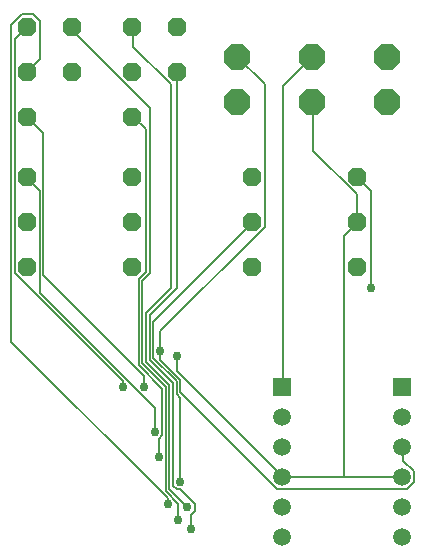
<source format=gbr>
G04 EAGLE Gerber X2 export*
%TF.Part,Single*%
%TF.FileFunction,Copper,L2,Bot,Mixed*%
%TF.FilePolarity,Positive*%
%TF.GenerationSoftware,Autodesk,EAGLE,8.6.0*%
%TF.CreationDate,2018-03-06T10:54:34Z*%
G75*
%MOMM*%
%FSLAX34Y34*%
%LPD*%
%AMOC8*
5,1,8,0,0,1.08239X$1,22.5*%
G01*
%ADD10P,2.336880X8X22.500000*%
%ADD11P,1.732040X8X22.500000*%
%ADD12R,1.508000X1.508000*%
%ADD13C,1.508000*%
%ADD14C,0.152400*%
%ADD15C,0.756400*%


D10*
X342900Y508000D03*
X215900Y469900D03*
X215900Y508000D03*
X279400Y469900D03*
D11*
X38100Y533400D03*
X38100Y495300D03*
X317500Y368300D03*
X127000Y330200D03*
X228600Y330200D03*
X317500Y330200D03*
X38100Y330200D03*
D10*
X279400Y508000D03*
D11*
X127000Y457200D03*
X127000Y533400D03*
X228600Y406400D03*
D10*
X342900Y469900D03*
D11*
X127000Y495300D03*
X165100Y533400D03*
X317500Y406400D03*
X228600Y368300D03*
D12*
X355600Y228600D03*
D13*
X355600Y203200D03*
X355600Y177800D03*
X355600Y152400D03*
X355600Y127000D03*
X355600Y101600D03*
D12*
X254000Y228600D03*
D13*
X254000Y203200D03*
X254000Y177800D03*
X254000Y152400D03*
X254000Y127000D03*
X254000Y101600D03*
D11*
X38100Y457200D03*
X76200Y533400D03*
X38100Y368300D03*
X127000Y368300D03*
X76200Y495300D03*
X38100Y406400D03*
X127000Y406400D03*
X165100Y495300D03*
D14*
X166116Y129540D02*
X166116Y115824D01*
X166116Y129540D02*
X155448Y140208D01*
X155448Y228600D01*
X135636Y248412D01*
X135636Y318516D01*
X141732Y324612D01*
X141732Y464820D01*
X76200Y530352D01*
X76200Y533400D01*
D15*
X166116Y115824D03*
D14*
X156972Y129540D02*
X156972Y134112D01*
X24384Y266700D01*
X24384Y534924D01*
X33528Y544068D01*
X42672Y544068D01*
X48768Y537972D01*
X48768Y505968D01*
X38100Y495300D01*
D15*
X156972Y129540D03*
D14*
X118872Y228600D02*
X118872Y233172D01*
X27432Y324612D01*
X27432Y522732D01*
X38100Y533400D01*
D15*
X118872Y228600D03*
D14*
X176784Y120396D02*
X176784Y108204D01*
X176784Y120396D02*
X179832Y123444D01*
X179832Y129540D01*
X167640Y141732D01*
X164592Y141732D01*
X161544Y144780D01*
X161544Y231648D01*
X141732Y251460D01*
X141732Y289560D01*
X164592Y312420D01*
X164592Y495300D01*
X165100Y495300D01*
D15*
X176784Y108204D03*
D14*
X167640Y147828D02*
X167640Y219456D01*
X164592Y222504D01*
X164592Y233172D01*
X144780Y252984D01*
X144780Y283464D01*
X228600Y367284D01*
X228600Y368300D01*
D15*
X167640Y147828D03*
D14*
X158496Y141732D02*
X173736Y126492D01*
X158496Y141732D02*
X158496Y230124D01*
X138684Y249936D01*
X138684Y291084D01*
X160020Y312420D01*
X160020Y484632D01*
X128016Y516636D01*
X128016Y533400D01*
X127000Y533400D01*
D15*
X173736Y126492D03*
D14*
X329184Y312420D02*
X329184Y394716D01*
X317500Y406400D01*
D15*
X329184Y312420D03*
D14*
X137160Y237744D02*
X137160Y228600D01*
X137160Y237744D02*
X51816Y323088D01*
X51816Y443484D01*
X38100Y457200D01*
D15*
X137160Y228600D03*
D14*
X149352Y184404D02*
X149352Y169164D01*
X149352Y184404D02*
X152400Y187452D01*
X152400Y227076D01*
X132588Y246888D01*
X132588Y320040D01*
X138684Y326136D01*
X138684Y446532D01*
X128016Y457200D01*
X127000Y457200D01*
D15*
X149352Y169164D03*
D14*
X150876Y259080D02*
X150876Y275844D01*
X239268Y364236D01*
X239268Y484632D01*
X215900Y508000D01*
X356616Y176784D02*
X356616Y166116D01*
X365760Y156972D01*
X365760Y147828D01*
X359664Y141732D01*
X249936Y141732D01*
X167640Y224028D01*
X167640Y234696D01*
X150876Y251460D01*
X150876Y259080D01*
X355600Y177800D02*
X356616Y176784D01*
D15*
X150876Y259080D03*
D14*
X164592Y254508D02*
X164592Y242316D01*
X254508Y152400D01*
X306324Y152400D01*
X355600Y152400D01*
X254508Y152400D02*
X254000Y152400D01*
X316992Y368808D02*
X316992Y391668D01*
X280416Y428244D01*
X280416Y469392D01*
X316992Y368808D02*
X317500Y368300D01*
X280416Y469392D02*
X279400Y469900D01*
X306324Y356616D02*
X306324Y152400D01*
X306324Y356616D02*
X316992Y367284D01*
X317500Y368300D01*
D15*
X164592Y254508D03*
D14*
X254508Y228600D02*
X254508Y483108D01*
X279400Y508000D01*
X254508Y228600D02*
X254000Y228600D01*
X146304Y210312D02*
X146304Y190500D01*
X146304Y210312D02*
X48768Y307848D01*
X48768Y394716D01*
X38100Y405384D01*
X38100Y406400D01*
D15*
X146304Y190500D03*
M02*

</source>
